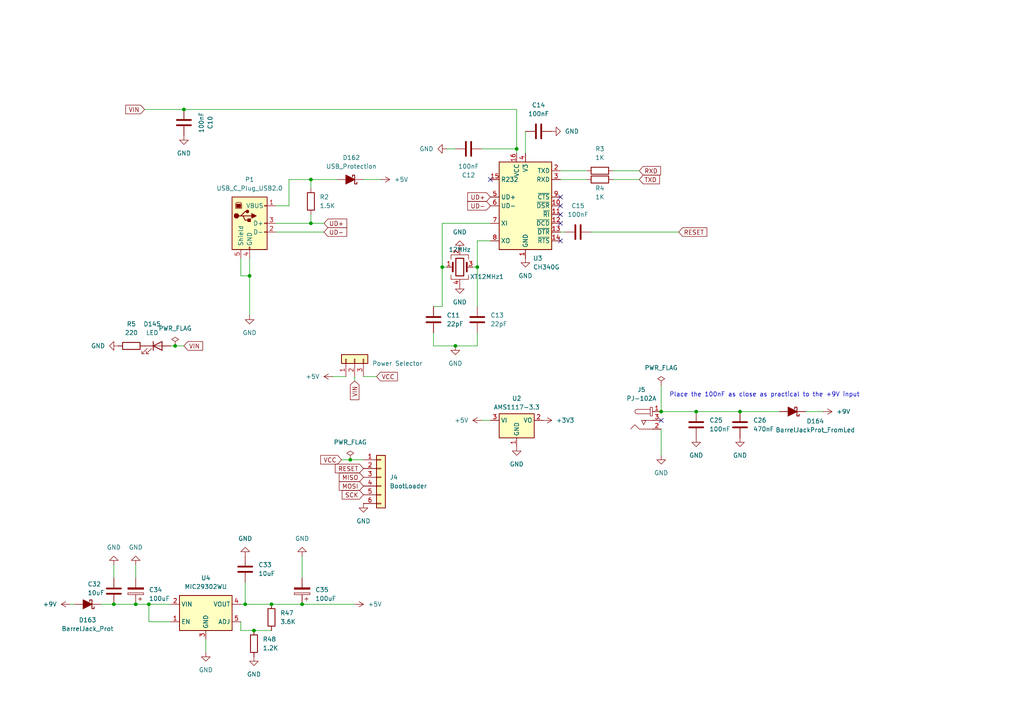
<source format=kicad_sch>
(kicad_sch (version 20231120) (generator "eeschema") (generator_version "8.0")
  (paper "A4")
  (lib_symbols
    (symbol "Connector:USB_B" (pin_names (offset 1.016))
      (property "Reference" "J" (at -5.08 11.43 0))
      (property "Value" "USB_B" (at -5.08 8.89 0))
      (symbol "USB_B_0_1"
        (rectangle (start -5.08 -7.62) (end 5.08 7.62) (stroke (width 0.254)) (fill (type background)))
        (circle (center -3.81 2.159) (radius 0.635) (stroke (width 0.254)) (fill (type outline)))
        (rectangle (start -3.81 5.588) (end -2.54 4.572) (fill (type outline)))
        (circle (center -0.635 3.429) (radius 0.381) (stroke (width 0.254)) (fill (type outline)))
        (rectangle (start -0.127 -7.62) (end 0.127 -6.858))
        (polyline (pts (xy -1.905 2.159) (xy 0.635 2.159)) (stroke (width 0.254)))
        (polyline (pts (xy -3.175 2.159) (xy -2.54 2.159) (xy -1.27 3.429) (xy -0.635 3.429)) (stroke (width 0.254)))
        (polyline (pts (xy -2.54 2.159) (xy -1.905 2.159) (xy -1.27 0.889) (xy 0 0.889)) (stroke (width 0.254)))
        (polyline (pts (xy 0.635 2.794) (xy 0.635 1.524) (xy 1.905 2.159) (xy 0.635 2.794)) (stroke (width 0.254)) (fill (type outline)))
        (polyline (pts (xy -4.064 4.318) (xy -2.286 4.318) (xy -2.286 5.715) (xy -2.667 6.096) (xy -3.683 6.096) (xy -4.064 5.715) (xy -4.064 4.318)))
        (rectangle (start 0.254 1.27) (end -0.508 0.508) (stroke (width 0.254)) (fill (type outline)))
        (rectangle (start 5.08 -2.667) (end 4.318 -2.413))
        (rectangle (start 5.08 -0.127) (end 4.318 0.127))
        (rectangle (start 5.08 4.953) (end 4.318 5.207))
      )
      (symbol "USB_B_1_1"
        (pin power_out line (at 7.62 5.08 180) (length 2.54) (name "VBUS") (number "1"))
        (pin bidirectional line (at 7.62 -2.54 180) (length 2.54) (name "D-") (number "2"))
        (pin bidirectional line (at 7.62 0 180) (length 2.54) (name "D+") (number "3"))
        (pin power_out line (at 0 -10.16 90) (length 2.54) (name "GND") (number "4"))
        (pin passive line (at -2.54 -10.16 90) (length 2.54) (name "Shield") (number "5"))
      )
    )
    (symbol "Connector_Generic:Conn_01x03" (pin_names (offset 1.016) hide)
      (property "Reference" "J" (at 0 5.08 0))
      (property "Value" "Conn_01x03" (at 0 -5.08 0))
      (symbol "Conn_01x03_1_1"
        (rectangle (start -1.27 -2.413) (end 0 -2.667) (stroke (width 0.1524)))
        (rectangle (start -1.27 0.127) (end 0 -0.127) (stroke (width 0.1524)))
        (rectangle (start -1.27 2.667) (end 0 2.413) (stroke (width 0.1524)))
        (rectangle (start -1.27 3.81) (end 1.27 -3.81) (stroke (width 0.254)) (fill (type background)))
        (pin passive line (at -5.08 2.54 0) (length 3.81) (name "Pin_1") (number "1"))
        (pin passive line (at -5.08 0 0) (length 3.81) (name "Pin_2") (number "2"))
        (pin passive line (at -5.08 -2.54 0) (length 3.81) (name "Pin_3") (number "3"))
      )
    )
    (symbol "Connector_Generic:Conn_01x06" (pin_names (offset 1.016) hide)
      (property "Reference" "J" (at 0 7.62 0))
      (property "Value" "Conn_01x06" (at 0 -10.16 0))
      (symbol "Conn_01x06_1_1"
        (rectangle (start -1.27 -7.493) (end 0 -7.747) (stroke (width 0.1524)))
        (rectangle (start -1.27 -4.953) (end 0 -5.207) (stroke (width 0.1524)))
        (rectangle (start -1.27 -2.413) (end 0 -2.667) (stroke (width 0.1524)))
        (rectangle (start -1.27 0.127) (end 0 -0.127) (stroke (width 0.1524)))
        (rectangle (start -1.27 2.667) (end 0 2.413) (stroke (width 0.1524)))
        (rectangle (start -1.27 5.207) (end 0 4.953) (stroke (width 0.1524)))
        (rectangle (start -1.27 6.35) (end 1.27 -8.89) (stroke (width 0.254)) (fill (type background)))
        (pin passive line (at -5.08 5.08 0) (length 3.81) (name "Pin_1") (number "1"))
        (pin passive line (at -5.08 2.54 0) (length 3.81) (name "Pin_2") (number "2"))
        (pin passive line (at -5.08 0 0) (length 3.81) (name "Pin_3") (number "3"))
        (pin passive line (at -5.08 -2.54 0) (length 3.81) (name "Pin_4") (number "4"))
        (pin passive line (at -5.08 -5.08 0) (length 3.81) (name "Pin_5") (number "5"))
        (pin passive line (at -5.08 -7.62 0) (length 3.81) (name "Pin_6") (number "6"))
      )
    )
    (symbol "Device:C" (pin_numbers hide) (pin_names (offset 0.254))
      (property "Reference" "C" (at 0.635 2.54 0))
      (property "Value" "C" (at 0.635 -2.54 0))
      (symbol "C_0_1"
        (polyline (pts (xy -2.032 -0.762) (xy 2.032 -0.762)) (stroke (width 0.508)))
        (polyline (pts (xy -2.032 0.762) (xy 2.032 0.762)) (stroke (width 0.508)))
      )
      (symbol "C_1_1"
        (pin passive line (at 0 3.81 270) (length 2.794) (name "~") (number "1"))
        (pin passive line (at 0 -3.81 90) (length 2.794) (name "~") (number "2"))
      )
    )
    (symbol "Device:C_Polarized" (pin_numbers hide) (pin_names (offset 0.254))
      (property "Reference" "C" (at 0.635 2.54 0))
      (property "Value" "C_Polarized" (at 0.635 -2.54 0))
      (symbol "C_Polarized_0_1"
        (rectangle (start -2.286 0.508) (end 2.286 1.016))
        (polyline (pts (xy -1.778 2.286) (xy -0.762 2.286)))
        (polyline (pts (xy -1.27 2.794) (xy -1.27 1.778)))
        (rectangle (start 2.286 -0.508) (end -2.286 -1.016) (fill (type outline)))
      )
      (symbol "C_Polarized_1_1"
        (pin passive line (at 0 3.81 270) (length 2.794) (name "~") (number "1"))
        (pin passive line (at 0 -3.81 90) (length 2.794) (name "~") (number "2"))
      )
    )
    (symbol "Device:Crystal_GND24" (pin_names (offset 1.016) hide)
      (property "Reference" "Y" (at 3.175 5.08 0))
      (property "Value" "Crystal_GND24" (at 3.175 3.175 0))
      (symbol "Crystal_GND24_0_1"
        (rectangle (start -1.143 2.54) (end 1.143 -2.54) (stroke (width 0.3048)))
        (polyline (pts (xy -2.54 0) (xy -2.032 0)))
        (polyline (pts (xy -2.032 -1.27) (xy -2.032 1.27)) (stroke (width 0.508)))
        (polyline (pts (xy 0 -3.81) (xy 0 -3.556)))
        (polyline (pts (xy 0 3.556) (xy 0 3.81)))
        (polyline (pts (xy 2.032 -1.27) (xy 2.032 1.27)) (stroke (width 0.508)))
        (polyline (pts (xy 2.032 0) (xy 2.54 0)))
        (polyline (pts (xy -2.54 -2.286) (xy -2.54 -3.556) (xy 2.54 -3.556) (xy 2.54 -2.286)))
        (polyline (pts (xy -2.54 2.286) (xy -2.54 3.556) (xy 2.54 3.556) (xy 2.54 2.286)))
      )
      (symbol "Crystal_GND24_1_1"
        (pin passive line (at -3.81 0 0) (length 1.27) (name "1") (number "1"))
        (pin passive line (at 0 5.08 270) (length 1.27) (name "2") (number "2"))
        (pin passive line (at 3.81 0 180) (length 1.27) (name "3") (number "3"))
        (pin passive line (at 0 -5.08 90) (length 1.27) (name "4") (number "4"))
      )
    )
    (symbol "Device:LED" (pin_numbers hide) (pin_names (offset 1.016) hide)
      (property "Reference" "D" (at 0 2.54 0))
      (property "Value" "LED" (at 0 -2.54 0))
      (symbol "LED_0_1"
        (polyline (pts (xy -1.27 -1.27) (xy -1.27 1.27)) (stroke (width 0.254)))
        (polyline (pts (xy -1.27 0) (xy 1.27 0)))
        (polyline (pts (xy 1.27 -1.27) (xy 1.27 1.27) (xy -1.27 0) (xy 1.27 -1.27)) (stroke (width 0.254)))
        (polyline (pts (xy -3.048 -0.762) (xy -4.572 -2.286) (xy -3.81 -2.286) (xy -4.572 -2.286) (xy -4.572 -1.524)))
        (polyline (pts (xy -1.778 -0.762) (xy -3.302 -2.286) (xy -2.54 -2.286) (xy -3.302 -2.286) (xy -3.302 -1.524)))
      )
      (symbol "LED_1_1"
        (pin passive line (at -3.81 0 0) (length 2.54) (name "K") (number "1"))
        (pin passive line (at 3.81 0 180) (length 2.54) (name "A") (number "2"))
      )
    )
    (symbol "Device:R" (pin_numbers hide) (pin_names (offset 0))
      (property "Reference" "R" (at 2.032 0 90))
      (property "Value" "R" (at 0 0 90))
      (symbol "R_0_1"
        (rectangle (start -1.016 -2.54) (end 1.016 2.54) (stroke (width 0.254)))
      )
      (symbol "R_1_1"
        (pin passive line (at 0 3.81 270) (length 1.27) (name "~") (number "1"))
        (pin passive line (at 0 -3.81 90) (length 1.27) (name "~") (number "2"))
      )
    )
    (symbol "Interface_USB:CH340G"
      (property "Reference" "U" (at -5.08 13.97 0))
      (property "Value" "CH340G" (at 1.27 13.97 0))
      (symbol "CH340G_0_1"
        (rectangle (start -7.62 12.7) (end 7.62 -12.7) (stroke (width 0.254)) (fill (type background)))
      )
      (symbol "CH340G_1_1"
        (pin power_in line (at 0 -15.24 90) (length 2.54) (name "GND") (number "1"))
        (pin input line (at 10.16 0 180) (length 2.54) (name "~{DSR}") (number "10"))
        (pin input line (at 10.16 -2.54 180) (length 2.54) (name "~{RI}") (number "11"))
        (pin input line (at 10.16 -5.08 180) (length 2.54) (name "~{DCD}") (number "12"))
        (pin output line (at 10.16 -7.62 180) (length 2.54) (name "~{DTR}") (number "13"))
        (pin output line (at 10.16 -10.16 180) (length 2.54) (name "~{RTS}") (number "14"))
        (pin input line (at -10.16 7.62 0) (length 2.54) (name "R232") (number "15"))
        (pin power_in line (at -2.54 15.24 270) (length 2.54) (name "VCC") (number "16"))
        (pin output line (at 10.16 10.16 180) (length 2.54) (name "TXD") (number "2"))
        (pin input line (at 10.16 7.62 180) (length 2.54) (name "RXD") (number "3"))
        (pin power_out line (at 0 15.24 270) (length 2.54) (name "V3") (number "4"))
        (pin bidirectional line (at -10.16 2.54 0) (length 2.54) (name "UD+") (number "5"))
        (pin bidirectional line (at -10.16 0 0) (length 2.54) (name "UD-") (number "6"))
        (pin input line (at -10.16 -5.08 0) (length 2.54) (name "XI") (number "7"))
        (pin output line (at -10.16 -10.16 0) (length 2.54) (name "XO") (number "8"))
        (pin input line (at 10.16 2.54 180) (length 2.54) (name "~{CTS}") (number "9"))
      )
    )
    (symbol "PCM_Diode_Schottky_AKL:D_Schottky_Generic" (pin_numbers hide) (pin_names (offset 1.016) hide)
      (property "Reference" "D" (at 0 7.62 0))
      (property "Value" "D_Schottky_Generic" (at 0 5.08 0))
      (symbol "D_Schottky_Generic_0_1"
        (polyline (pts (xy -1.27 0) (xy 1.27 0)))
        (polyline (pts (xy -1.27 -1.27) (xy -1.27 1.27) (xy 1.27 0) (xy -1.27 -1.27)) (stroke (width 0.254)) (fill (type outline)))
        (polyline (pts (xy 1.905 -0.762) (xy 1.905 -1.27) (xy 1.27 -1.27) (xy 1.27 1.27) (xy 0.635 1.27) (xy 0.635 0.762)) (stroke (width 0.254)))
      )
      (symbol "D_Schottky_Generic_0_2"
        (polyline (pts (xy -2.54 -2.54) (xy 2.54 2.54)))
        (polyline (pts (xy 0 1.778) (xy 1.778 0)) (stroke (width 0.254)))
        (polyline (pts (xy 0 1.778) (xy -0.381 1.397) (xy 0 1.016)) (stroke (width 0.254)))
        (polyline (pts (xy 1.778 0) (xy 2.159 0.381) (xy 1.778 0.762)) (stroke (width 0.254)))
        (polyline (pts (xy -0.889 -0.889) (xy -1.778 0) (xy 0.889 0.889) (xy 0 -1.778) (xy -0.889 -0.889)) (stroke (width 0.254)) (fill (type outline)))
      )
      (symbol "D_Schottky_Generic_1_1"
        (pin passive line (at 3.81 0 180) (length 2.54) (name "K") (number "1"))
        (pin passive line (at -3.81 0 0) (length 2.54) (name "A") (number "2"))
      )
      (symbol "D_Schottky_Generic_1_2"
        (pin passive line (at 2.54 2.54 180) (length 0) (name "K") (number "1"))
        (pin passive line (at -2.54 -2.54 0) (length 0) (name "A") (number "2"))
      )
    )
    (symbol "Regulator_Linear:AMS1117-3.3"
      (property "Reference" "U" (at -3.81 3.175 0))
      (property "Value" "AMS1117-3.3" (at 0 3.175 0))
      (symbol "AMS1117-3.3_0_1"
        (rectangle (start -5.08 -5.08) (end 5.08 1.905) (stroke (width 0.254)) (fill (type background)))
      )
      (symbol "AMS1117-3.3_1_1"
        (pin power_in line (at 0 -7.62 90) (length 2.54) (name "GND") (number "1"))
        (pin power_out line (at 7.62 0 180) (length 2.54) (name "VO") (number "2"))
        (pin power_in line (at -7.62 0 0) (length 2.54) (name "VI") (number "3"))
      )
    )
    (symbol "Regulator_Linear:MIC29302WU"
      (property "Reference" "U" (at -6.35 6.35 0))
      (property "Value" "MIC29302WU" (at 2.54 6.35 0))
      (symbol "MIC29302WU_1_1"
        (rectangle (start -7.62 5.08) (end 7.62 -5.08) (stroke (width 0.254)) (fill (type background)))
        (pin input line (at -10.16 -2.54 0) (length 2.54) (name "EN") (number "1"))
        (pin power_in line (at -10.16 2.54 0) (length 2.54) (name "VIN") (number "2"))
        (pin power_in line (at 0 -7.62 90) (length 2.54) (name "GND") (number "3"))
        (pin power_out line (at 10.16 2.54 180) (length 2.54) (name "VOUT") (number "4"))
        (pin input line (at 10.16 -2.54 180) (length 2.54) (name "ADJ") (number "5"))
      )
    )
    (symbol "dk_Barrel-Power-Connectors:PJ-102A" (pin_names (offset 1.016))
      (property "Reference" "J" (at 0 2.54 0))
      (property "Value" "PJ-102A" (at 0 -6.35 0))
      (symbol "PJ-102A_0_1"
        (arc (start -4.445 0.635) (mid -5.08 0) (end -4.445 -0.635))
        (rectangle (start -0.635 1.27) (end 0 -1.27))
        (polyline (pts (xy -0.635 -0.635) (xy -4.445 -0.635)))
        (polyline (pts (xy -0.635 0.635) (xy -4.445 0.635)))
        (polyline (pts (xy 0 -2.54) (xy -1.27 -2.54) (xy -2.54 -2.54)))
        (polyline (pts (xy 0 -5.08) (xy -3.81 -5.08) (xy -5.08 -3.81) (xy -6.35 -5.08)))
        (polyline (pts (xy -2.54 -2.54) (xy -3.175 -2.54) (xy -2.54 -3.81) (xy -1.905 -2.54) (xy -2.54 -2.54)))
      )
      (symbol "PJ-102A_1_1"
        (pin passive line (at 2.54 0 180) (length 2.54) (name "~") (number "1"))
        (pin passive line (at 2.54 -5.08 180) (length 2.54) (name "~") (number "2"))
        (pin passive line (at 2.54 -2.54 180) (length 2.54) (name "~") (number "3"))
      )
    )
    (symbol "power:+3V3" (power) (pin_numbers hide) (pin_names (offset 0) hide)
      (property "Value" "+3V3" (at 0 3.556 0))
      (symbol "+3V3_0_1"
        (polyline (pts (xy -0.762 1.27) (xy 0 2.54)))
        (polyline (pts (xy 0 0) (xy 0 2.54)))
        (polyline (pts (xy 0 2.54) (xy 0.762 1.27)))
      )
      (symbol "+3V3_1_1"
        (pin power_in line (at 0 0 90) (length 0) (name "~") (number "1"))
      )
    )
    (symbol "power:+5V" (power) (pin_numbers hide) (pin_names (offset 0) hide)
      (property "Value" "+5V" (at 0 3.556 0))
      (symbol "+5V_0_1"
        (polyline (pts (xy -0.762 1.27) (xy 0 2.54)))
        (polyline (pts (xy 0 0) (xy 0 2.54)))
        (polyline (pts (xy 0 2.54) (xy 0.762 1.27)))
      )
      (symbol "+5V_1_1"
        (pin power_in line (at 0 0 90) (length 0) (name "~") (number "1"))
      )
    )
    (symbol "power:+9V" (power) (pin_numbers hide) (pin_names (offset 0) hide)
      (property "Value" "+9V" (at 0 3.556 0))
      (symbol "+9V_0_1"
        (polyline (pts (xy -0.762 1.27) (xy 0 2.54)))
        (polyline (pts (xy 0 0) (xy 0 2.54)))
        (polyline (pts (xy 0 2.54) (xy 0.762 1.27)))
      )
      (symbol "+9V_1_1"
        (pin power_in line (at 0 0 90) (length 0) (name "~") (number "1"))
      )
    )
    (symbol "power:GND" (power) (pin_numbers hide) (pin_names (offset 0) hide)
      (property "Value" "GND" (at 0 -3.81 0))
      (symbol "GND_0_1"
        (polyline (pts (xy 0 0) (xy 0 -1.27) (xy 1.27 -1.27) (xy 0 -2.54) (xy -1.27 -1.27) (xy 0 -1.27)))
      )
      (symbol "GND_1_1"
        (pin power_in line (at 0 0 270) (length 0) (name "~") (number "1"))
      )
    )
    (symbol "power:PWR_FLAG" (power) (pin_numbers hide) (pin_names (offset 0) hide)
      (property "Value" "PWR_FLAG" (at 0 3.81 0))
      (symbol "PWR_FLAG_0_0"
        (pin power_out line (at 0 0 90) (length 0) (name "~") (number "1"))
      )
      (symbol "PWR_FLAG_0_1"
        (polyline (pts (xy 0 0) (xy 0 1.27) (xy -1.016 1.905) (xy 0 2.54) (xy 1.016 1.905) (xy 0 1.27)))
      )
    )
  )
  (junction (at 87.63 175.26))
  (junction (at 101.6 133.35))
  (junction (at 33.02 175.26))
  (junction (at 90.17 64.77))
  (junction (at 128.27 77.47))
  (junction (at 214.63 119.38))
  (junction (at 78.74 175.26))
  (junction (at 149.86 43.18))
  (junction (at 71.12 175.26))
  (junction (at 43.18 175.26))
  (junction (at 138.43 77.47))
  (junction (at 39.37 175.26))
  (junction (at 50.8 100.33))
  (junction (at 191.77 119.38))
  (junction (at 90.17 52.07))
  (junction (at 72.39 80.01))
  (junction (at 201.93 119.38))
  (junction (at 73.66 182.88))
  (junction (at 132.08 100.33))
  (junction (at 53.34 31.75))
  (no_connect (at 162.56 69.85))
  (no_connect (at 162.56 59.69))
  (no_connect (at 162.56 57.15))
  (no_connect (at 191.77 121.92))
  (no_connect (at 142.24 52.07))
  (no_connect (at 162.56 64.77))
  (no_connect (at 162.56 62.23))
  (wire (pts (xy 132.08 43.18) (xy 129.54 43.18)))
  (wire (pts (xy 93.98 64.77) (xy 90.17 64.77)))
  (wire (pts (xy 72.39 80.01) (xy 72.39 74.93)))
  (wire (pts (xy 102.87 109.22) (xy 102.87 110.49)))
  (wire (pts (xy 132.08 100.33) (xy 138.43 100.33)))
  (wire (pts (xy 33.02 175.26) (xy 39.37 175.26)))
  (wire (pts (xy 128.27 88.9) (xy 125.73 88.9)))
  (wire (pts (xy 69.85 182.88) (xy 73.66 182.88)))
  (wire (pts (xy 69.85 180.34) (xy 69.85 182.88)))
  (wire (pts (xy 78.74 175.26) (xy 71.12 175.26)))
  (wire (pts (xy 29.21 175.26) (xy 33.02 175.26)))
  (wire (pts (xy 138.43 69.85) (xy 142.24 69.85)))
  (wire (pts (xy 39.37 175.26) (xy 43.18 175.26)))
  (wire (pts (xy 20.32 175.26) (xy 21.59 175.26)))
  (wire (pts (xy 101.6 133.35) (xy 105.41 133.35)))
  (wire (pts (xy 69.85 74.93) (xy 69.85 80.01)))
  (wire (pts (xy 87.63 175.26) (xy 78.74 175.26)))
  (wire (pts (xy 201.93 119.38) (xy 214.63 119.38)))
  (wire (pts (xy 177.8 49.53) (xy 185.42 49.53)))
  (wire (pts (xy 83.82 52.07) (xy 83.82 59.69)))
  (wire (pts (xy 33.02 163.83) (xy 33.02 167.64)))
  (wire (pts (xy 69.85 80.01) (xy 72.39 80.01)))
  (wire (pts (xy 90.17 54.61) (xy 90.17 52.07)))
  (wire (pts (xy 196.85 67.31) (xy 171.45 67.31)))
  (wire (pts (xy 59.69 185.42) (xy 59.69 189.23)))
  (wire (pts (xy 177.8 52.07) (xy 185.42 52.07)))
  (wire (pts (xy 142.24 64.77) (xy 128.27 64.77)))
  (wire (pts (xy 87.63 161.29) (xy 87.63 167.64)))
  (wire (pts (xy 73.66 182.88) (xy 78.74 182.88)))
  (wire (pts (xy 50.8 100.33) (xy 49.53 100.33)))
  (wire (pts (xy 162.56 49.53) (xy 170.18 49.53)))
  (wire (pts (xy 43.18 180.34) (xy 43.18 175.26)))
  (wire (pts (xy 90.17 62.23) (xy 90.17 64.77)))
  (wire (pts (xy 90.17 52.07) (xy 83.82 52.07)))
  (wire (pts (xy 49.53 180.34) (xy 43.18 180.34)))
  (wire (pts (xy 53.34 31.75) (xy 149.86 31.75)))
  (wire (pts (xy 191.77 111.76) (xy 191.77 119.38)))
  (wire (pts (xy 129.54 77.47) (xy 128.27 77.47)))
  (wire (pts (xy 191.77 132.08) (xy 191.77 124.46)))
  (wire (pts (xy 163.83 67.31) (xy 162.56 67.31)))
  (wire (pts (xy 233.68 119.38) (xy 238.76 119.38)))
  (wire (pts (xy 128.27 64.77) (xy 128.27 77.47)))
  (wire (pts (xy 72.39 91.44) (xy 72.39 80.01)))
  (wire (pts (xy 102.87 175.26) (xy 87.63 175.26)))
  (wire (pts (xy 125.73 100.33) (xy 125.73 96.52)))
  (wire (pts (xy 152.4 38.1) (xy 152.4 44.45)))
  (wire (pts (xy 93.98 67.31) (xy 80.01 67.31)))
  (wire (pts (xy 137.16 77.47) (xy 138.43 77.47)))
  (wire (pts (xy 214.63 119.38) (xy 226.06 119.38)))
  (wire (pts (xy 83.82 59.69) (xy 80.01 59.69)))
  (wire (pts (xy 39.37 163.83) (xy 39.37 167.64)))
  (wire (pts (xy 149.86 43.18) (xy 149.86 31.75)))
  (wire (pts (xy 125.73 100.33) (xy 132.08 100.33)))
  (wire (pts (xy 90.17 64.77) (xy 80.01 64.77)))
  (wire (pts (xy 71.12 168.91) (xy 71.12 175.26)))
  (wire (pts (xy 128.27 77.47) (xy 128.27 88.9)))
  (wire (pts (xy 71.12 175.26) (xy 69.85 175.26)))
  (wire (pts (xy 138.43 100.33) (xy 138.43 96.52)))
  (wire (pts (xy 110.49 52.07) (xy 105.41 52.07)))
  (wire (pts (xy 97.79 52.07) (xy 90.17 52.07)))
  (wire (pts (xy 138.43 77.47) (xy 138.43 88.9)))
  (wire (pts (xy 139.7 43.18) (xy 149.86 43.18)))
  (wire (pts (xy 191.77 119.38) (xy 201.93 119.38)))
  (wire (pts (xy 138.43 69.85) (xy 138.43 77.47)))
  (wire (pts (xy 162.56 52.07) (xy 170.18 52.07)))
  (wire (pts (xy 53.34 100.33) (xy 50.8 100.33)))
  (wire (pts (xy 96.52 109.22) (xy 100.33 109.22)))
  (wire (pts (xy 99.06 133.35) (xy 101.6 133.35)))
  (wire (pts (xy 109.22 109.22) (xy 105.41 109.22)))
  (wire (pts (xy 149.86 43.18) (xy 149.86 44.45)))
  (wire (pts (xy 139.7 121.92) (xy 142.24 121.92)))
  (wire (pts (xy 41.91 31.75) (xy 53.34 31.75)))
  (wire (pts (xy 43.18 175.26) (xy 49.53 175.26)))
  (text "Place the 100nF as close as practical to the +9V input" (at 221.742 114.554 0) (effects (font (size 1.27 1.27))))
  (global_label "VCC" (shape input) (at 99.06 133.35 180) (property "Intersheetrefs" "${INTERSHEET_REFS}" (effects (hide yes))))
  (global_label "TXD" (shape input) (at 185.42 52.07 0) (property "Intersheetrefs" "${INTERSHEET_REFS}" (effects (hide yes))))
  (global_label "UD+" (shape input) (at 142.24 57.15 180) (property "Intersheetrefs" "${INTERSHEET_REFS}" (effects (hide yes))))
  (global_label "RESET" (shape input) (at 196.85 67.31 0) (property "Intersheetrefs" "${INTERSHEET_REFS}" (effects (hide yes))))
  (global_label "SCK" (shape input) (at 105.41 143.51 180) (property "Intersheetrefs" "${INTERSHEET_REFS}" (effects (hide yes))))
  (global_label "MISO" (shape input) (at 105.41 138.43 180) (property "Intersheetrefs" "${INTERSHEET_REFS}" (effects (hide yes))))
  (global_label "UD+" (shape input) (at 93.98 64.77 0) (property "Intersheetrefs" "${INTERSHEET_REFS}" (effects (hide yes))))
  (global_label "VIN" (shape input) (at 102.87 110.49 270) (property "Intersheetrefs" "${INTERSHEET_REFS}" (effects (hide yes))))
  (global_label "UD-" (shape input) (at 93.98 67.31 0) (property "Intersheetrefs" "${INTERSHEET_REFS}" (effects (hide yes))))
  (global_label "UD-" (shape input) (at 142.24 59.69 180) (property "Intersheetrefs" "${INTERSHEET_REFS}" (effects (hide yes))))
  (global_label "RESET" (shape input) (at 105.41 135.89 180) (property "Intersheetrefs" "${INTERSHEET_REFS}" (effects (hide yes))))
  (global_label "RXD" (shape input) (at 185.42 49.53 0) (property "Intersheetrefs" "${INTERSHEET_REFS}" (effects (hide yes))))
  (global_label "VIN" (shape input) (at 53.34 100.33 0) (property "Intersheetrefs" "${INTERSHEET_REFS}" (effects (hide yes))))
  (global_label "MOSI" (shape input) (at 105.41 140.97 180) (property "Intersheetrefs" "${INTERSHEET_REFS}" (effects (hide yes))))
  (global_label "VIN" (shape input) (at 41.91 31.75 180) (property "Intersheetrefs" "${INTERSHEET_REFS}" (effects (hide yes))))
  (global_label "VCC" (shape input) (at 109.22 109.22 0) (property "Intersheetrefs" "${INTERSHEET_REFS}" (effects (hide yes))))
  (symbol (lib_id "Device:R") (at 173.99 52.07 270) (unit 1)
    (property "Reference" "R4" (at 173.99 54.61 90))
    (property "Value" "1K" (at 173.99 57.15 90))
    (property "Footprint" "Resistor_SMD:R_1206_3216Metric_Pad1.30x1.75mm_HandSolder" (effects (hide yes)))
    (property "Description" "Resistor" (effects (hide yes)))
  )
  (symbol (lib_id "power:GND") (at 152.4 74.93 0) (unit 1)
    (property "Reference" "#PWR0200" (effects (hide yes)))
    (property "Value" "GND" (at 152.4 80.01 0))
    (property "Description" "Power symbol creates a global label with name \"GND\" , ground" (effects (hide yes)))
  )
  (symbol (lib_id "Device:C") (at 201.93 123.19 0) (unit 1)
    (property "Reference" "C25" (at 205.74 121.9199 0) (effects (justify left)))
    (property "Value" "100nF" (at 205.74 124.4599 0) (effects (justify left)))
    (property "Footprint" "Capacitor_SMD:C_1206_3216Metric_Pad1.33x1.80mm_HandSolder" (effects (hide yes)))
    (property "Description" "Unpolarized capacitor" (effects (hide yes)))
  )
  (symbol (lib_id "Device:C") (at 138.43 92.71 180) (unit 1)
    (property "Reference" "C13" (at 142.24 91.4399 0) (effects (justify right)))
    (property "Value" "22pF" (at 142.24 93.9799 0) (effects (justify right)))
    (property "Footprint" "Capacitor_SMD:C_1206_3216Metric_Pad1.33x1.80mm_HandSolder" (effects (hide yes)))
    (property "Description" "Unpolarized capacitor" (effects (hide yes)))
  )
  (symbol (lib_id "PCM_Diode_Schottky_AKL:D_Schottky_Generic") (at 25.4 175.26 0) (unit 1)
    (property "Reference" "D163" (at 25.4 179.832 0))
    (property "Value" "BarrelJack_Prot" (at 25.4 182.372 0))
    (property "Footprint" "Custom_Footprints:D_SMA_DO-214-AC" (effects (hide yes)))
    (property "Description" "Schottky diode, Generic Symbol, Alternate KiCAD Library" (effects (hide yes)))
  )
  (symbol (lib_id "power:+3V3") (at 157.48 121.92 270) (unit 1)
    (property "Reference" "#PWR0201" (effects (hide yes)))
    (property "Value" "+3V3" (at 161.29 121.9199 90) (effects (justify left)))
    (property "Description" "Power symbol creates a global label with name \"+3V3\"" (effects (hide yes)))
  )
  (symbol (lib_id "power:+5V") (at 110.49 52.07 270) (unit 1)
    (property "Reference" "#PWR0192" (effects (hide yes)))
    (property "Value" "+5V" (at 114.3 52.0699 90) (effects (justify left)))
    (property "Description" "Power symbol creates a global label with name \"+5V\"" (effects (hide yes)))
  )
  (symbol (lib_id "Device:C_Polarized") (at 39.37 171.45 180) (unit 1)
    (property "Reference" "C34" (at 43.18 171.0689 0) (effects (justify right)))
    (property "Value" "100uF" (at 43.18 173.6089 0) (effects (justify right)))
    (property "Footprint" "Capacitor_SMD:C_Elec_6.3x7.7" (effects (hide yes)))
    (property "Description" "Polarized capacitor" (effects (hide yes)))
  )
  (symbol (lib_id "power:GND") (at 87.63 161.29 180) (unit 1)
    (property "Reference" "#PWR053" (effects (hide yes)))
    (property "Value" "GND" (at 87.63 156.21 0))
    (property "Description" "Power symbol creates a global label with name \"GND\" , ground" (effects (hide yes)))
  )
  (symbol (lib_id "Device:Crystal_GND24") (at 133.35 77.47 0) (unit 1)
    (property "Reference" "XT12MHz1" (at 141.224 80.264 0))
    (property "Value" "12MHz" (at 133.35 72.39 0))
    (property "Footprint" "Crystal:Crystal_SMD_EuroQuartz_MJ-4Pin_5.0x3.2mm_HandSoldering" (effects (hide yes)))
    (property "Description" "Four pin crystal, GND on pins 2 and 4" (effects (hide yes)))
  )
  (symbol (lib_id "dk_Barrel-Power-Connectors:PJ-102A") (at 189.23 119.38 0) (unit 1)
    (property "Reference" "J5" (at 186.055 113.03 0))
    (property "Value" "PJ-102A" (at 186.055 115.57 0))
    (property "Footprint" "digikey-footprints:Barrel_Jack_5.5mmODx2.1mmID_PJ-102A" (effects (hide yes)))
    (property "Datasheet" "https://www.cui.com/product/resource/digikeypdf/pj-102a.pdf" (effects (hide yes)))
    (property "Description" "CONN PWR JACK 2X5.5MM SOLDER" (effects (hide yes)))
    (property "Digi-Key_PN" "CP-102A-ND" (effects (hide yes)))
    (property "MPN" "PJ-102A" (effects (hide yes)))
    (property "Category" "Connectors, Interconnects" (effects (hide yes)))
    (property "Family" "Barrel - Power Connectors" (effects (hide yes)))
    (property "DK_Datasheet_Link" "https://www.cui.com/product/resource/digikeypdf/pj-102a.pdf" (effects (hide yes)))
    (property "DK_Detail_Page" "/product-detail/en/cui-inc/PJ-102A/CP-102A-ND/275425" (effects (hide yes)))
    (property "Description_1" "CONN PWR JACK 2X5.5MM SOLDER" (effects (hide yes)))
    (property "Manufacturer" "CUI Inc." (effects (hide yes)))
    (property "Status" "Active" (effects (hide yes)))
  )
  (symbol (lib_id "power:PWR_FLAG") (at 101.6 133.35 0) (unit 1)
    (property "Reference" "#FLG03" (effects (hide yes)))
    (property "Value" "PWR_FLAG" (at 101.6 128.27 0))
    (property "Description" "Special symbol for telling ERC where power comes from" (effects (hide yes)))
  )
  (symbol (lib_id "power:+9V") (at 20.32 175.26 90) (unit 1)
    (property "Reference" "#PWR046" (effects (hide yes)))
    (property "Value" "+9V" (at 16.51 175.2599 90) (effects (justify left)))
    (property "Description" "Power symbol creates a global label with name \"+9V\"" (effects (hide yes)))
  )
  (symbol (lib_id "power:GND") (at 149.86 129.54 0) (unit 1)
    (property "Reference" "#PWR0199" (effects (hide yes)))
    (property "Value" "GND" (at 149.86 134.62 0))
    (property "Description" "Power symbol creates a global label with name \"GND\" , ground" (effects (hide yes)))
  )
  (symbol (lib_id "Regulator_Linear:MIC29302WU") (at 59.69 177.8 0) (unit 1)
    (property "Reference" "U4" (at 59.69 167.64 0))
    (property "Value" "MIC29302WU" (at 59.69 170.18 0))
    (property "Footprint" "Package_TO_SOT_SMD:TO-263-5_TabPin3" (effects (hide yes)))
    (property "Datasheet" "http://ww1.microchip.com/downloads/en/devicedoc/20005685a.pdf" (effects (hide yes)))
    (property "Description" "3A low dropout linear regulator, adjustable output, TO-263" (effects (hide yes)))
  )
  (symbol (lib_id "power:GND") (at 72.39 91.44 0) (unit 1)
    (property "Reference" "#PWR0191" (effects (hide yes)))
    (property "Value" "GND" (at 72.39 96.52 0))
    (property "Description" "Power symbol creates a global label with name \"GND\" , ground" (effects (hide yes)))
  )
  (symbol (lib_id "power:+5V") (at 139.7 121.92 90) (unit 1)
    (property "Reference" "#PWR0198" (effects (hide yes)))
    (property "Value" "+5V" (at 135.89 121.9199 90) (effects (justify left)))
    (property "Description" "Power symbol creates a global label with name \"+5V\"" (effects (hide yes)))
  )
  (symbol (lib_id "Connector:USB_B") (at 72.39 64.77 0) (unit 1)
    (property "Reference" "P1" (at 72.39 52.07 0))
    (property "Value" "USB_C_Plug_USB2.0" (at 72.39 54.61 0))
    (property "Footprint" "Connector_USB:USB_B_OST_USB-B1HSxx_Horizontal" (effects (hide yes)))
    (property "Description" "USB Type B connector" (effects (hide yes)))
  )
  (symbol (lib_id "Connector_Generic:Conn_01x06") (at 110.49 138.43 0) (unit 1)
    (property "Reference" "J4" (at 113.03 138.4299 0) (effects (justify left)))
    (property "Value" "BootLoader" (at 113.03 140.9699 0) (effects (justify left)))
    (property "Footprint" "Connector_PinHeader_2.54mm:PinHeader_1x06_P2.54mm_Vertical" (effects (hide yes)))
    (property "Description" "Generic connector, single row, 01x06, script generated (kicad-library-utils/schlib/autogen/connector/)" (effects (hide yes)))
  )
  (symbol (lib_id "power:GND") (at 59.69 189.23 0) (unit 1)
    (property "Reference" "#PWR048" (effects (hide yes)))
    (property "Value" "GND" (at 59.69 194.31 0))
    (property "Description" "Power symbol creates a global label with name \"GND\" , ground" (effects (hide yes)))
  )
  (symbol (lib_id "Regulator_Linear:AMS1117-3.3") (at 149.86 121.92 0) (unit 1)
    (property "Reference" "U2" (at 149.86 115.57 0))
    (property "Value" "AMS1117-3.3" (at 149.86 118.11 0))
    (property "Footprint" "Package_TO_SOT_SMD:SOT-223-3_TabPin2" (effects (hide yes)))
    (property "Datasheet" "http://www.advanced-monolithic.com/pdf/ds1117.pdf" (effects (hide yes)))
    (property "Description" "1A Low Dropout regulator, positive, 3.3V fixed output, SOT-223" (effects (hide yes)))
  )
  (symbol (lib_id "Device:C") (at 214.63 123.19 0) (unit 1)
    (property "Reference" "C26" (at 218.44 121.9199 0) (effects (justify left)))
    (property "Value" "470nF" (at 218.44 124.4599 0) (effects (justify left)))
    (property "Footprint" "Capacitor_SMD:C_1206_3216Metric_Pad1.33x1.80mm_HandSolder" (effects (hide yes)))
    (property "Description" "Unpolarized capacitor" (effects (hide yes)))
  )
  (symbol (lib_id "Interface_USB:CH340G") (at 152.4 59.69 0) (unit 1)
    (property "Reference" "U3" (at 154.5941 74.93 0) (effects (justify left)))
    (property "Value" "CH340G" (at 154.5941 77.47 0) (effects (justify left)))
    (property "Footprint" "Package_SO:SOIC-16_3.9x9.9mm_P1.27mm" (effects (hide yes)))
    (property "Datasheet" "http://www.datasheet5.com/pdf-local-2195953" (effects (hide yes)))
    (property "Description" "USB serial converter, UART, SOIC-16" (effects (hide yes)))
  )
  (symbol (lib_id "Device:C") (at 33.02 171.45 0) (unit 1)
    (property "Reference" "C32" (at 25.4 169.418 0) (effects (justify left)))
    (property "Value" "10uF" (at 25.4 171.958 0) (effects (justify left)))
    (property "Footprint" "Capacitor_SMD:C_1206_3216Metric_Pad1.33x1.80mm_HandSolder" (effects (hide yes)))
    (property "Description" "Unpolarized capacitor" (effects (hide yes)))
  )
  (symbol (lib_id "power:GND") (at 33.02 163.83 180) (unit 1)
    (property "Reference" "#PWR047" (effects (hide yes)))
    (property "Value" "GND" (at 33.02 158.75 0))
    (property "Description" "Power symbol creates a global label with name \"GND\" , ground" (effects (hide yes)))
  )
  (symbol (lib_id "power:GND") (at 201.93 127 0) (unit 1)
    (property "Reference" "#PWR033" (effects (hide yes)))
    (property "Value" "GND" (at 201.93 132.08 0))
    (property "Description" "Power symbol creates a global label with name \"GND\" , ground" (effects (hide yes)))
  )
  (symbol (lib_id "power:PWR_FLAG") (at 50.8 100.33 0) (unit 1)
    (property "Reference" "#FLG01" (effects (hide yes)))
    (property "Value" "PWR_FLAG" (at 50.8 95.25 0))
    (property "Description" "Special symbol for telling ERC where power comes from" (effects (hide yes)))
  )
  (symbol (lib_id "power:GND") (at 160.02 38.1 90) (unit 1)
    (property "Reference" "#PWR0202" (effects (hide yes)))
    (property "Value" "GND" (at 163.83 38.0999 90) (effects (justify right)))
    (property "Description" "Power symbol creates a global label with name \"GND\" , ground" (effects (hide yes)))
  )
  (symbol (lib_id "power:+9V") (at 238.76 119.38 270) (unit 1)
    (property "Reference" "#PWR0203" (effects (hide yes)))
    (property "Value" "+9V" (at 242.57 119.3799 90) (effects (justify left)))
    (property "Description" "Power symbol creates a global label with name \"+9V\"" (effects (hide yes)))
  )
  (symbol (lib_id "Connector_Generic:Conn_01x03") (at 102.87 104.14 90) (unit 1)
    (property "Reference" "JP1" (effects (hide yes)))
    (property "Value" "Power Selector" (at 107.95 105.4099 90) (effects (justify right)))
    (property "Footprint" "Connector_PinHeader_2.54mm:PinHeader_1x03_P2.54mm_Vertical" (effects (hide yes)))
    (property "Description" "Generic connector, single row, 01x03, script generated (kicad-library-utils/schlib/autogen/connector/)" (effects (hide yes)))
  )
  (symbol (lib_id "power:GND") (at 132.08 100.33 0) (unit 1)
    (property "Reference" "#PWR0195" (effects (hide yes)))
    (property "Value" "GND" (at 132.08 105.41 0))
    (property "Description" "Power symbol creates a global label with name \"GND\" , ground" (effects (hide yes)))
  )
  (symbol (lib_id "Device:R") (at 78.74 179.07 0) (unit 1)
    (property "Reference" "R47" (at 81.28 177.7999 0) (effects (justify left)))
    (property "Value" "3.6K" (at 81.28 180.3399 0) (effects (justify left)))
    (property "Footprint" "Resistor_SMD:R_1206_3216Metric_Pad1.30x1.75mm_HandSolder" (effects (hide yes)))
    (property "Description" "Resistor" (effects (hide yes)))
  )
  (symbol (lib_id "PCM_Diode_Schottky_AKL:D_Schottky_Generic") (at 101.6 52.07 0) (unit 1)
    (property "Reference" "D162" (at 101.9175 45.72 0))
    (property "Value" "USB_Protection" (at 101.9175 48.26 0))
    (property "Footprint" "Custom_Footprints:D_SMA_DO-214-AC" (effects (hide yes)))
    (property "Description" "Schottky diode, Generic Symbol, Alternate KiCAD Library" (effects (hide yes)))
  )
  (symbol (lib_id "Device:C") (at 167.64 67.31 90) (unit 1)
    (property "Reference" "C15" (at 167.64 59.69 90))
    (property "Value" "100nF" (at 167.64 62.23 90))
    (property "Footprint" "Capacitor_SMD:C_1206_3216Metric_Pad1.33x1.80mm_HandSolder" (effects (hide yes)))
    (property "Description" "Unpolarized capacitor" (effects (hide yes)))
  )
  (symbol (lib_id "Device:R") (at 173.99 49.53 270) (unit 1)
    (property "Reference" "R3" (at 173.99 43.18 90))
    (property "Value" "1K" (at 173.99 45.72 90))
    (property "Footprint" "Resistor_SMD:R_1206_3216Metric_Pad1.30x1.75mm_HandSolder" (effects (hide yes)))
    (property "Description" "Resistor" (effects (hide yes)))
  )
  (symbol (lib_id "power:+5V") (at 102.87 175.26 270) (unit 1)
    (property "Reference" "#PWR050" (effects (hide yes)))
    (property "Value" "+5V" (at 106.68 175.2599 90) (effects (justify left)))
    (property "Description" "Power symbol creates a global label with name \"+5V\"" (effects (hide yes)))
  )
  (symbol (lib_id "PCM_Diode_Schottky_AKL:D_Schottky_Generic") (at 229.87 119.38 0) (unit 1)
    (property "Reference" "D164" (at 236.474 122.174 0))
    (property "Value" "BarrelJackProt_FromLed" (at 236.474 124.714 0))
    (property "Footprint" "Custom_Footprints:D_SMA_DO-214-AC" (effects (hide yes)))
    (property "Description" "Schottky diode, Generic Symbol, Alternate KiCAD Library" (effects (hide yes)))
  )
  (symbol (lib_id "power:GND") (at 191.77 132.08 0) (unit 1)
    (property "Reference" "#PWR0204" (effects (hide yes)))
    (property "Value" "GND" (at 191.77 137.16 0))
    (property "Description" "Power symbol creates a global label with name \"GND\" , ground" (effects (hide yes)))
  )
  (symbol (lib_id "power:GND") (at 39.37 163.83 180) (unit 1)
    (property "Reference" "#PWR052" (effects (hide yes)))
    (property "Value" "GND" (at 39.37 158.75 0))
    (property "Description" "Power symbol creates a global label with name \"GND\" , ground" (effects (hide yes)))
  )
  (symbol (lib_id "Device:C") (at 53.34 35.56 0) (unit 1)
    (property "Reference" "C10" (at 60.96 35.56 90))
    (property "Value" "100nF" (at 58.42 35.56 90))
    (property "Footprint" "Capacitor_SMD:C_1206_3216Metric_Pad1.33x1.80mm_HandSolder" (effects (hide yes)))
    (property "Description" "Unpolarized capacitor" (effects (hide yes)))
  )
  (symbol (lib_id "Device:C") (at 156.21 38.1 90) (unit 1)
    (property "Reference" "C14" (at 156.21 30.48 90))
    (property "Value" "100nF" (at 156.21 33.02 90))
    (property "Footprint" "Capacitor_SMD:C_1206_3216Metric_Pad1.33x1.80mm_HandSolder" (effects (hide yes)))
    (property "Description" "Unpolarized capacitor" (effects (hide yes)))
  )
  (symbol (lib_id "power:GND") (at 73.66 190.5 0) (unit 1)
    (property "Reference" "#PWR051" (effects (hide yes)))
    (property "Value" "GND" (at 73.66 195.58 0))
    (property "Description" "Power symbol creates a global label with name \"GND\" , ground" (effects (hide yes)))
  )
  (symbol (lib_id "power:GND") (at 133.35 82.55 0) (unit 1)
    (property "Reference" "#PWR0197" (effects (hide yes)))
    (property "Value" "GND" (at 133.35 87.63 0))
    (property "Description" "Power symbol creates a global label with name \"GND\" , ground" (effects (hide yes)))
  )
  (symbol (lib_id "power:PWR_FLAG") (at 191.77 111.76 0) (unit 1)
    (property "Reference" "#FLG04" (effects (hide yes)))
    (property "Value" "PWR_FLAG" (at 191.77 106.68 0))
    (property "Description" "Special symbol for telling ERC where power comes from" (effects (hide yes)))
  )
  (symbol (lib_id "power:GND") (at 53.34 39.37 0) (unit 1)
    (property "Reference" "#PWR0190" (effects (hide yes)))
    (property "Value" "GND" (at 53.34 44.45 0))
    (property "Description" "Power symbol creates a global label with name \"GND\" , ground" (effects (hide yes)))
  )
  (symbol (lib_id "power:GND") (at 133.35 72.39 180) (unit 1)
    (property "Reference" "#PWR0196" (effects (hide yes)))
    (property "Value" "GND" (at 133.35 67.31 0))
    (property "Description" "Power symbol creates a global label with name \"GND\" , ground" (effects (hide yes)))
  )
  (symbol (lib_id "power:GND") (at 105.41 146.05 0) (unit 1)
    (property "Reference" "#PWR0207" (effects (hide yes)))
    (property "Value" "GND" (at 105.41 151.13 0))
    (property "Description" "Power symbol creates a global label with name \"GND\" , ground" (effects (hide yes)))
  )
  (symbol (lib_id "power:+5V") (at 96.52 109.22 90) (unit 1)
    (property "Reference" "#PWR0193" (effects (hide yes)))
    (property "Value" "+5V" (at 92.71 109.2199 90) (effects (justify left)))
    (property "Description" "Power symbol creates a global label with name \"+5V\"" (effects (hide yes)))
  )
  (symbol (lib_id "power:GND") (at 129.54 43.18 270) (unit 1)
    (property "Reference" "#PWR0194" (effects (hide yes)))
    (property "Value" "GND" (at 125.73 43.1799 90) (effects (justify right)))
    (property "Description" "Power symbol creates a global label with name \"GND\" , ground" (effects (hide yes)))
  )
  (symbol (lib_id "Device:C") (at 135.89 43.18 270) (unit 1)
    (property "Reference" "C12" (at 135.89 50.8 90))
    (property "Value" "100nF" (at 135.89 48.26 90))
    (property "Footprint" "Capacitor_SMD:C_1206_3216Metric_Pad1.33x1.80mm_HandSolder" (effects (hide yes)))
    (property "Description" "Unpolarized capacitor" (effects (hide yes)))
  )
  (symbol (lib_id "Device:R") (at 90.17 58.42 0) (unit 1)
    (property "Reference" "R2" (at 92.71 57.1499 0) (effects (justify left)))
    (property "Value" "1.5K" (at 92.71 59.6899 0) (effects (justify left)))
    (property "Footprint" "Resistor_SMD:R_1206_3216Metric_Pad1.30x1.75mm_HandSolder" (effects (hide yes)))
    (property "Description" "Resistor" (effects (hide yes)))
  )
  (symbol (lib_id "Device:R") (at 38.1 100.33 90) (unit 1)
    (property "Reference" "R5" (at 38.1 93.98 90))
    (property "Value" "220" (at 38.1 96.52 90))
    (property "Footprint" "Resistor_SMD:R_1206_3216Metric_Pad1.30x1.75mm_HandSolder" (effects (hide yes)))
    (property "Description" "Resistor" (effects (hide yes)))
  )
  (symbol (lib_id "Device:C") (at 125.73 92.71 180) (unit 1)
    (property "Reference" "C11" (at 129.54 91.4399 0) (effects (justify right)))
    (property "Value" "22pF" (at 129.54 93.9799 0) (effects (justify right)))
    (property "Footprint" "Capacitor_SMD:C_1206_3216Metric_Pad1.33x1.80mm_HandSolder" (effects (hide yes)))
    (property "Description" "Unpolarized capacitor" (effects (hide yes)))
  )
  (symbol (lib_id "power:GND") (at 34.29 100.33 270) (unit 1)
    (property "Reference" "#PWR0189" (effects (hide yes)))
    (property "Value" "GND" (at 30.48 100.3299 90) (effects (justify right)))
    (property "Description" "Power symbol creates a global label with name \"GND\" , ground" (effects (hide yes)))
  )
  (symbol (lib_id "Device:C") (at 71.12 165.1 0) (unit 1)
    (property "Reference" "C33" (at 74.93 163.8299 0) (effects (justify left)))
    (property "Value" "10uF" (at 74.93 166.3699 0) (effects (justify left)))
    (property "Footprint" "Capacitor_SMD:C_1206_3216Metric_Pad1.33x1.80mm_HandSolder" (effects (hide yes)))
    (property "Description" "Unpolarized capacitor" (effects (hide yes)))
  )
  (symbol (lib_id "Device:LED") (at 45.72 100.33 0) (unit 1)
    (property "Reference" "D145" (at 44.1325 93.98 0))
    (property "Value" "LED" (at 44.1325 96.52 0))
    (property "Footprint" "LED_SMD:LED_1206_3216Metric_Pad1.42x1.75mm_HandSolder" (effects (hide yes)))
    (property "Description" "Light emitting diode" (effects (hide yes)))
  )
  (symbol (lib_id "power:GND") (at 214.63 127 0) (unit 1)
    (property "Reference" "#PWR034" (effects (hide yes)))
    (property "Value" "GND" (at 214.63 132.08 0))
    (property "Description" "Power symbol creates a global label with name \"GND\" , ground" (effects (hide yes)))
  )
  (symbol (lib_id "power:GND") (at 71.12 161.29 180) (unit 1)
    (property "Reference" "#PWR049" (effects (hide yes)))
    (property "Value" "GND" (at 71.12 156.21 0))
    (property "Description" "Power symbol creates a global label with name \"GND\" , ground" (effects (hide yes)))
  )
  (symbol (lib_id "Device:R") (at 73.66 186.69 0) (unit 1)
    (property "Reference" "R48" (at 76.2 185.4199 0) (effects (justify left)))
    (property "Value" "1.2K" (at 76.2 187.9599 0) (effects (justify left)))
    (property "Footprint" "Resistor_SMD:R_1206_3216Metric_Pad1.30x1.75mm_HandSolder" (effects (hide yes)))
    (property "Description" "Resistor" (effects (hide yes)))
  )
  (symbol (lib_id "Device:C_Polarized") (at 87.63 171.45 180) (unit 1)
    (property "Reference" "C35" (at 91.44 171.0689 0) (effects (justify right)))
    (property "Value" "100uF" (at 91.44 173.6089 0) (effects (justify right)))
    (property "Footprint" "Capacitor_SMD:C_Elec_6.3x7.7" (effects (hide yes)))
    (property "Description" "Polarized capacitor" (effects (hide yes)))
  )
)
</source>
